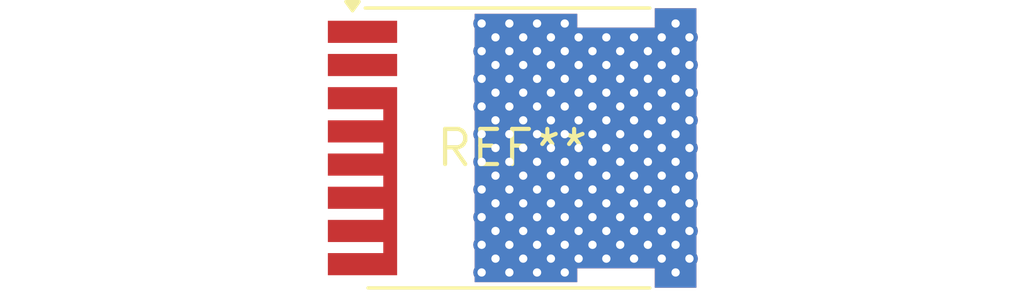
<source format=kicad_pcb>
(kicad_pcb (version 20240108) (generator pcbnew)
  (layers (0 "F.Cu" signal) (31 "B.Cu" signal) (34 "B.Paste" user) (35 "F.Paste" user) (36 "B.SilkS" user "B.Silkscreen") (37 "F.SilkS" user "F.Silkscreen") (38 "B.Mask" user) (39 "F.Mask" user) (44 "Edge.Cuts" user))
  (net 0 "")
  (footprint "Infineon_PG-HSOF-8-2_ThermalVias2" (layer "F.Cu") (at 0 0)
    (property "Reference" "REF**")
    (property "Value" "Infineon_PG-HSOF-8-2_ThermalVias2")
    (fp_line (start -5.3 -5.06) (end 4.97 -5.06) (layer "F.SilkS") (stroke (width 0.12)))
    (fp_line (start -5.2 5.06) (end 4.97 5.06) (layer "F.SilkS") (stroke (width 0.12)))
    (fp_poly (pts (xy -5.76 -4.96) (xy -5.52 -5.29) (xy -6 -5.29) (xy -5.76 -4.96)) (layer "F.SilkS") (stroke (width 0.12)) (fill solid))
    (pad "1" smd rect (at -5.4 -4.2) (size 2.5 0.8) (layers "F.Cu" "F.Mask"))
    (pad "2" smd rect (at -5.4 -3) (size 2.5 0.8) (layers "F.Cu" "F.Mask"))
    (pad "3" smd custom (at -4.4 1.2) (size 0.5 6.8) (layers "F.Cu" "F.Mask") (options (clearance outline) (anchor rect)) (primitives (gr_poly (pts (xy -0.25 -2.6) (xy -2.25 -2.6) (xy -2.25 -3.4) (xy -0.25 -3.4)) (width 0) (fill yes)) (gr_poly (pts (xy -0.25 -1.4) (xy -2.25 -1.4) (xy -2.25 -2.2) (xy -0.25 -2.2)) (width 0) (fill yes)) (gr_poly (pts (xy -0.25 -0.2) (xy -2.25 -0.2) (xy -2.25 -1) (xy -0.25 -1)) (width 0) (fill yes)) (gr_poly (pts (xy -0.25 1) (xy -2.25 1) (xy -2.25 0.2) (xy -0.25 0.2)) (width 0) (fill yes)) (gr_poly (pts (xy -0.25 2.2) (xy -2.25 2.2) (xy -2.25 1.4) (xy -0.25 1.4)) (width 0) (fill yes)) (gr_poly (pts (xy -0.25 3.4) (xy -2.25 3.4) (xy -2.25 2.6) (xy -0.25 2.6)) (width 0) (fill yes))))
    (pad "4" thru_hole circle (at -1.1 -4.5) (size 0.6 0.6) (drill 0.3) (layers *.Cu) (remove_unused_layers))
    (pad "4" thru_hole circle (at -1.1 -3.5) (size 0.6 0.6) (drill 0.3) (layers *.Cu) (remove_unused_layers))
    (pad "4" thru_hole circle (at -1.1 -2.5) (size 0.6 0.6) (drill 0.3) (layers *.Cu) (remove_unused_layers))
    (pad "4" thru_hole circle (at -1.1 -1.5) (size 0.6 0.6) (drill 0.3) (layers *.Cu) (remove_unused_layers))
    (pad "4" thru_hole circle (at -1.1 -0.5) (size 0.6 0.6) (drill 0.3) (layers *.Cu) (remove_unused_layers))
    (pad "4" thru_hole circle (at -1.1 0.5) (size 0.6 0.6) (drill 0.3) (layers *.Cu) (remove_unused_layers))
    (pad "4" thru_hole circle (at -1.1 1.5) (size 0.6 0.6) (drill 0.3) (layers *.Cu) (remove_unused_layers))
    (pad "4" thru_hole circle (at -1.1 2.5) (size 0.6 0.6) (drill 0.3) (layers *.Cu) (remove_unused_layers))
    (pad "4" thru_hole circle (at -1.1 3.5) (size 0.6 0.6) (drill 0.3) (layers *.Cu) (remove_unused_layers))
    (pad "4" thru_hole circle (at -1.1 4.5) (size 0.6 0.6) (drill 0.3) (layers *.Cu) (remove_unused_layers))
    (pad "4" thru_hole circle (at -0.6 -4) (size 0.6 0.6) (drill 0.3) (layers *.Cu) (remove_unused_layers))
    (pad "4" thru_hole circle (at -0.6 -3) (size 0.6 0.6) (drill 0.3) (layers *.Cu) (remove_unused_layers))
    (pad "4" thru_hole circle (at -0.6 -2) (size 0.6 0.6) (drill 0.3) (layers *.Cu) (remove_unused_layers))
    (pad "4" thru_hole circle (at -0.6 -1) (size 0.6 0.6) (drill 0.3) (layers *.Cu) (remove_unused_layers))
    (pad "4" thru_hole circle (at -0.6 0) (size 0.6 0.6) (drill 0.3) (layers *.Cu) (remove_unused_layers))
    (pad "4" thru_hole circle (at -0.6 1) (size 0.6 0.6) (drill 0.3) (layers *.Cu) (remove_unused_layers))
    (pad "4" thru_hole circle (at -0.6 2) (size 0.6 0.6) (drill 0.3) (layers *.Cu) (remove_unused_layers))
    (pad "4" thru_hole circle (at -0.6 3) (size 0.6 0.6) (drill 0.3) (layers *.Cu) (remove_unused_layers))
    (pad "4" thru_hole circle (at -0.6 4) (size 0.6 0.6) (drill 0.3) (layers *.Cu) (remove_unused_layers))
    (pad "4" thru_hole circle (at -0.1 -4.5) (size 0.6 0.6) (drill 0.3) (layers *.Cu) (remove_unused_layers))
    (pad "4" thru_hole circle (at -0.1 -3.5) (size 0.6 0.6) (drill 0.3) (layers *.Cu) (remove_unused_layers))
    (pad "4" thru_hole circle (at -0.1 -2.5) (size 0.6 0.6) (drill 0.3) (layers *.Cu) (remove_unused_layers))
    (pad "4" thru_hole circle (at -0.1 -1.5) (size 0.6 0.6) (drill 0.3) (layers *.Cu) (remove_unused_layers))
    (pad "4" thru_hole circle (at -0.1 -0.5) (size 0.6 0.6) (drill 0.3) (layers *.Cu) (remove_unused_layers))
    (pad "4" thru_hole circle (at -0.1 0.5) (size 0.6 0.6) (drill 0.3) (layers *.Cu) (remove_unused_layers))
    (pad "4" thru_hole circle (at -0.1 1.5) (size 0.6 0.6) (drill 0.3) (layers *.Cu) (remove_unused_layers))
    (pad "4" thru_hole circle (at -0.1 2.5) (size 0.6 0.6) (drill 0.3) (layers *.Cu) (remove_unused_layers))
    (pad "4" thru_hole circle (at -0.1 3.5) (size 0.6 0.6) (drill 0.3) (layers *.Cu) (remove_unused_layers))
    (pad "4" thru_hole circle (at -0.1 4.5) (size 0.6 0.6) (drill 0.3) (layers *.Cu) (remove_unused_layers))
    (pad "4" thru_hole circle (at 0.4 -4) (size 0.6 0.6) (drill 0.3) (layers *.Cu) (remove_unused_layers))
    (pad "4" thru_hole circle (at 0.4 -3) (size 0.6 0.6) (drill 0.3) (layers *.Cu) (remove_unused_layers))
    (pad "4" thru_hole circle (at 0.4 -2) (size 0.6 0.6) (drill 0.3) (layers *.Cu) (remove_unused_layers))
    (pad "4" thru_hole circle (at 0.4 -1) (size 0.6 0.6) (drill 0.3) (layers *.Cu) (remove_unused_layers))
    (pad "4" thru_hole circle (at 0.4 0) (size 0.6 0.6) (drill 0.3) (layers *.Cu) (remove_unused_layers))
    (pad "4" thru_hole circle (at 0.4 1) (size 0.6 0.6) (drill 0.3) (layers *.Cu) (remove_unused_layers))
    (pad "4" thru_hole circle (at 0.4 2) (size 0.6 0.6) (drill 0.3) (layers *.Cu) (remove_unused_layers))
    (pad "4" thru_hole circle (at 0.4 3) (size 0.6 0.6) (drill 0.3) (layers *.Cu) (remove_unused_layers))
    (pad "4" thru_hole circle (at 0.4 4) (size 0.6 0.6) (drill 0.3) (layers *.Cu) (remove_unused_layers))
    (pad "4" thru_hole circle (at 0.9 -4.5) (size 0.6 0.6) (drill 0.3) (layers *.Cu) (remove_unused_layers))
    (pad "4" thru_hole circle (at 0.9 -3.5) (size 0.6 0.6) (drill 0.3) (layers *.Cu) (remove_unused_layers))
    (pad "4" thru_hole circle (at 0.9 -2.5) (size 0.6 0.6) (drill 0.3) (layers *.Cu) (remove_unused_layers))
    (pad "4" thru_hole circle (at 0.9 -1.5) (size 0.6 0.6) (drill 0.3) (layers *.Cu) (remove_unused_layers))
    (pad "4" thru_hole circle (at 0.9 -0.5) (size 0.6 0.6) (drill 0.3) (layers *.Cu) (remove_unused_layers))
    (pad "4" thru_hole circle (at 0.9 0.5) (size 0.6 0.6) (drill 0.3) (layers *.Cu) (remove_unused_layers))
    (pad "4" thru_hole circle (at 0.9 1.5) (size 0.6 0.6) (drill 0.3) (layers *.Cu) (remove_unused_layers))
    (pad "4" thru_hole circle (at 0.9 2.5) (size 0.6 0.6) (drill 0.3) (layers *.Cu) (remove_unused_layers))
    (pad "4" thru_hole circle (at 0.9 3.5) (size 0.6 0.6) (drill 0.3) (layers *.Cu) (remove_unused_layers))
    (pad "4" thru_hole circle (at 0.9 4.5) (size 0.6 0.6) (drill 0.3) (layers *.Cu) (remove_unused_layers))
    (pad "4" thru_hole circle (at 1.4 -4) (size 0.6 0.6) (drill 0.3) (layers *.Cu) (remove_unused_layers))
    (pad "4" thru_hole circle (at 1.4 -3) (size 0.6 0.6) (drill 0.3) (layers *.Cu) (remove_unused_layers))
    (pad "4" thru_hole circle (at 1.4 -2) (size 0.6 0.6) (drill 0.3) (layers *.Cu) (remove_unused_layers))
    (pad "4" thru_hole circle (at 1.4 -1) (size 0.6 0.6) (drill 0.3) (layers *.Cu) (remove_unused_layers))
    (pad "4" thru_hole circle (at 1.4 0) (size 0.6 0.6) (drill 0.3) (layers *.Cu) (remove_unused_layers))
    (pad "4" thru_hole circle (at 1.4 1) (size 0.6 0.6) (drill 0.3) (layers *.Cu) (remove_unused_layers))
    (pad "4" thru_hole circle (at 1.4 2) (size 0.6 0.6) (drill 0.3) (layers *.Cu) (remove_unused_layers))
    (pad "4" thru_hole circle (at 1.4 3) (size 0.6 0.6) (drill 0.3) (layers *.Cu) (remove_unused_layers))
    (pad "4" thru_hole circle (at 1.4 4) (size 0.6 0.6) (drill 0.3) (layers *.Cu) (remove_unused_layers))
    (pad "4" thru_hole circle (at 1.9 -4.5) (size 0.6 0.6) (drill 0.3) (layers *.Cu) (remove_unused_layers))
    (pad "4" thru_hole circle (at 1.9 -3.5) (size 0.6 0.6) (drill 0.3) (layers *.Cu) (remove_unused_layers))
    (pad "4" thru_hole circle (at 1.9 -2.5) (size 0.6 0.6) (drill 0.3) (layers *.Cu) (remove_unused_layers))
    (pad "4" thru_hole circle (at 1.9 -1.5) (size 0.6 0.6) (drill 0.3) (layers *.Cu) (remove_unused_layers))
    (pad "4" thru_hole circle (at 1.9 -0.5) (size 0.6 0.6) (drill 0.3) (layers *.Cu) (remove_unused_layers))
    (pad "4" thru_hole circle (at 1.9 0.5) (size 0.6 0.6) (drill 0.3) (layers *.Cu) (remove_unused_layers))
    (pad "4" thru_hole circle (at 1.9 1.5) (size 0.6 0.6) (drill 0.3) (layers *.Cu) (remove_unused_layers))
    (pad "4" thru_hole circle (at 1.9 2.5) (size 0.6 0.6) (drill 0.3) (layers *.Cu) (remove_unused_layers))
    (pad "4" thru_hole circle (at 1.9 3.5) (size 0.6 0.6) (drill 0.3) (layers *.Cu) (remove_unused_layers))
    (pad "4" thru_hole circle (at 1.9 4.5) (size 0.6 0.6) (drill 0.3) (layers *.Cu) (remove_unused_layers))
    (pad "4" thru_hole circle (at 2.4 -4) (size 0.6 0.6) (drill 0.3) (layers *.Cu) (remove_unused_layers))
    (pad "4" thru_hole circle (at 2.4 -3) (size 0.6 0.6) (drill 0.3) (layers *.Cu) (remove_unused_layers))
    (pad "4" thru_hole circle (at 2.4 -2) (size 0.6 0.6) (drill 0.3) (layers *.Cu) (remove_unused_layers))
    (pad "4" thru_hole circle (at 2.4 -1) (size 0.6 0.6) (drill 0.3) (layers *.Cu) (remove_unused_layers))
    (pad "4" thru_hole circle (at 2.4 0) (size 0.6 0.6) (drill 0.3) (layers *.Cu) (remove_unused_layers))
    (pad "4" thru_hole circle (at 2.4 1) (size 0.6 0.6) (drill 0.3) (layers *.Cu) (remove_unused_layers))
    (pad "4" thru_hole circle (at 2.4 2) (size 0.6 0.6) (drill 0.3) (layers *.Cu) (remove_unused_layers))
    (pad "4" thru_hole circle (at 2.4 3) (size 0.6 0.6) (drill 0.3) (layers *.Cu) (remove_unused_layers))
    (pad "4" thru_hole circle (at 2.4 4) (size 0.6 0.6) (drill 0.3) (layers *.Cu) (remove_unused_layers))
    (pad "4" thru_hole circle (at 2.9 -3.5) (size 0.6 0.6) (drill 0.3) (layers *.Cu) (remove_unused_layers))
    (pad "4" thru_hole circle (at 2.9 -2.5) (size 0.6 0.6) (drill 0.3) (layers *.Cu) (remove_unused_layers))
    (pad "4" thru_hole circle (at 2.9 -1.5) (size 0.6 0.6) (drill 0.3) (layers *.Cu) (remove_unused_layers))
    (pad "4" thru_hole circle (at 2.9 -0.5) (size 0.6 0.6) (drill 0.3) (layers *.Cu) (remove_unused_layers))
    (pad "4" thru_hole circle (at 2.9 0.5) (size 0.6 0.6) (drill 0.3) (layers *.Cu) (remove_unused_layers))
    (pad "4" thru_hole circle (at 2.9 1.5) (size 0.6 0.6) (drill 0.3) (layers *.Cu) (remove_unused_layers))
    (pad "4" thru_hole circle (at 2.9 2.5) (size 0.6 0.6) (drill 0.3) (layers *.Cu) (remove_unused_layers))
    (pad "4" thru_hole circle (at 2.9 3.5) (size 0.6 0.6) (drill 0.3) (layers *.Cu) (remove_unused_layers))
    (pad "4" thru_hole circle (at 3.4 -4) (size 0.6 0.6) (drill 0.3) (layers *.Cu) (remove_unused_layers))
    (pad "4" thru_hole circle (at 3.4 -3) (size 0.6 0.6) (drill 0.3) (layers *.Cu) (remove_unused_layers))
    (pad "4" thru_hole circle (at 3.4 -2) (size 0.6 0.6) (drill 0.3) (layers *.Cu) (remove_unused_layers))
    (pad "4" thru_hole circle (at 3.4 -1) (size 0.6 0.6) (drill 0.3) (layers *.Cu) (remove_unused_layers))
    (pad "4" thru_hole circle (at 3.4 0) (size 0.6 0.6) (drill 0.3) (layers *.Cu) (remove_unused_layers))
    (pad "4" thru_hole circle (at 3.4 1) (size 0.6 0.6) (drill 0.3) (layers *.Cu) (remove_unused_layers))
    (pad "4" thru_hole circle (at 3.4 2) (size 0.6 0.6) (drill 0.3) (layers *.Cu) (remove_unused_layers))
    (pad "4" thru_hole circle (at 3.4 3) (size 0.6 0.6) (drill 0.3) (layers *.Cu) (remove_unused_layers))
    (pad "4" thru_hole circle (at 3.4 4) (size 0.6 0.6) (drill 0.3) (layers *.Cu) (remove_unused_layers))
    (pad "4" smd custom (at 3.75 0) (size 2.8 8.7) (layers "F.Cu" "F.Paste" "F.Mask") (options (clearance outline) (anchor rect)) (primitives (gr_poly (pts (xy 2.9 5.05) (xy 1.4 5.05) (xy 1.4 -5.05) (xy 2.9 -5.05)) (width 0) (fill yes)) (gr_poly (pts (xy -1.4 4.85) (xy -5.1 4.85) (xy -5.1 -4.85) (xy -1.4 -4.85)) (width 0) (fill yes))))
    (pad "4" smd custom (at 3.75 0) (size 2.8 8.7) (layers "B.Cu") (options (clearance outline) (anchor rect)) (primitives (gr_poly (pts (xy 2.9 5.05) (xy 1.4 5.05) (xy 1.4 -5.05) (xy 2.9 -5.05)) (width 0) (fill yes)) (gr_poly (pts (xy -1.4 4.85) (xy -5.1 4.85) (xy -5.1 -4.85) (xy -1.4 -4.85)) (width 0) (fill yes))))
    (pad "4" thru_hole circle (at 3.9 -3.5) (size 0.6 0.6) (drill 0.3) (layers *.Cu) (remove_unused_layers))
    (pad "4" thru_hole circle (at 3.9 -2.5) (size 0.6 0.6) (drill 0.3) (layers *.Cu) (remove_unused_layers))
    (pad "4" thru_hole circle (at 3.9 -1.5) (size 0.6 0.6) (drill 0.3) (layers *.Cu) (remove_unused_layers))
    (pad "4" thru_hole circle (at 3.9 -0.5) (size 0.6 0.6) (drill 0.3) (layers *.Cu) (remove_unused_layers))
    (pad "4" thru_hole circle (at 3.9 0.5) (size 0.6 0.6) (drill 0.3) (layers *.Cu) (remove_unused_layers))
    (pad "4" thru_hole circle (at 3.9 1.5) (size 0.6 0.6) (drill 0.3) (layers *.Cu) (remove_unused_layers))
    (pad "4" thru_hole circle (at 3.9 2.5) (size 0.6 0.6) (drill 0.3) (layers *.Cu) (remove_unused_layers))
    (pad "4" thru_hole circle (at 3.9 3.5) (size 0.6 0.6) (drill 0.3) (layers *.Cu) (remove_unused_layers))
    (pad "4" thru_hole circle (at 4.4 -4) (size 0.6 0.6) (drill 0.3) (layers *.Cu) (remove_unused_layers))
    (pad "4" thru_hole circle (at 4.4 -3) (size 0.6 0.6) (drill 0.3) (layers *.Cu) (remove_unused_layers))
    (pad "4" thru_hole circle (at 4.4 -2) (size 0.6 0.6) (drill 0.3) (layers *.Cu) (remove_unused_layers))
    (pad "4" thru_hole circle (at 4.4 -1) (size 0.6 0.6) (drill 0.3) (layers *.Cu) (remove_unused_layers))
    (pad "4" thru_hole circle (at 4.4 0) (size 0.6 0.6) (drill 0.3) (layers *.Cu) (remove_unused_layers))
    (pad "4" thru_hole circle (at 4.4 1) (size 0.6 0.6) (drill 0.3) (layers *.Cu) (remove_unused_layers))
    (pad "4" thru_hole circle (at 4.4 2) (size 0.6 0.6) (drill 0.3) (layers *.Cu) (remove_unused_layers))
    (pad "4" thru_hole circle (at 4.4 3) (size 0.6 0.6) (drill 0.3) (layers *.Cu) (remove_unused_layers))
    (pad "4" thru_hole circle (at 4.4 4) (size 0.6 0.6) (drill 0.3) (layers *.Cu) (remove_unused_layers))
    (pad "4" thru_hole circle (at 4.9 -3.5) (size 0.6 0.6) (drill 0.3) (layers *.Cu) (remove_unused_layers))
    (pad "4" thru_hole circle (at 4.9 -2.5) (size 0.6 0.6) (drill 0.3) (layers *.Cu) (remove_unused_layers))
    (pad "4" thru_hole circle (at 4.9 -1.5) (size 0.6 0.6) (drill 0.3) (layers *.Cu) (remove_unused_layers))
    (pad "4" thru_hole circle (at 4.9 -0.5) (size 0.6 0.6) (drill 0.3) (layers *.Cu) (remove_unused_layers))
    (pad "4" thru_hole circle (at 4.9 0.5) (size 0.6 0.6) (drill 0.3) (layers *.Cu) (remove_unused_layers))
    (pad "4" thru_hole circle (at 4.9 1.5) (size 0.6 0.6) (drill 0.3) (layers *.Cu) (remove_unused_layers))
    (pad "4" thru_hole circle (at 4.9 2.5) (size 0.6 0.6) (drill 0.3) (layers *.Cu) (remove_unused_layers))
    (pad "4" thru_hole circle (at 4.9 3.5) (size 0.6 0.6) (drill 0.3) (layers *.Cu) (remove_unused_layers))
    (pad "4" thru_hole circle (at 5.4 -4) (size 0.6 0.6) (drill 0.3) (layers *.Cu) (remove_unused_layers))
    (pad "4" thru_hole circle (at 5.4 -3) (size 0.6 0.6) (drill 0.3) (layers *.Cu) (remove_unused_layers))
    (pad "4" thru_hole circle (at 5.4 -2) (size 0.6 0.6) (drill 0.3) (layers *.Cu) (remove_unused_layers))
    (pad "4" thru_hole circle (at 5.4 -1) (size 0.6 0.6) (drill 0.3) (layers *.Cu) (remove_unused_layers))
    (pad "4" thru_hole circle (at 5.4 0) (size 0.6 0.6) (drill 0.3) (layers *.Cu) (remove_unused_layers))
    (pad "4" thru_hole circle (at 5.4 1) (size 0.6 0.6) (drill 0.3) (layers *.Cu) (remove_unused_layers))
    (pad "4" thru_hole circle (at 5.4 2) (size 0.6 0.6) (drill 0.3) (layers *.Cu) (remove_unused_layers))
    (pad "4" thru_hole circle (at 5.4 3) (size 0.6 0.6) (drill 0.3) (layers *.Cu) (remove_unused_layers))
    (pad "4" thru_hole circle (at 5.4 4) (size 0.6 0.6) (drill 0.3) (layers *.Cu) (remove_unused_layers))
    (pad "4" thru_hole circle (at 5.9 -4.5) (size 0.6 0.6) (drill 0.3) (layers *.Cu) (remove_unused_layers))
    (pad "4" thru_hole circle (at 5.9 -3.5) (size 0.6 0.6) (drill 0.3) (layers *.Cu) (remove_unused_layers))
    (pad "4" thru_hole circle (at 5.9 -2.5) (size 0.6 0.6) (drill 0.3) (layers *.Cu) (remove_unused_layers))
    (pad "4" thru_hole circle (at 5.9 -1.5) (size 0.6 0.6) (drill 0.3) (layers *.Cu) (remove_unused_layers))
    (pad "4" thru_hole circle (at 5.9 -0.5) (size 0.6 0.6) (drill 0.3) (layers *.Cu) (remove_unused_layers))
    (pad "4" thru_hole circle (at 5.9 0.5) (size 0.6 0.6) (drill 0.3) (layers *.Cu) (remove_unused_layers))
    (pad "4" thru_hole circle (at 5.9 1.5) (size 0.6 0.6) (drill 0.3) (layers *.Cu) (remove_unused_layers))
    (pad "4" thru_hole circle (at 5.9 2.5) (size 0.6 0.6) (drill 0.3) (layers *.Cu) (remove_unused_layers))
    (pad "4" thru_hole circle (at 5.9 3.5) (size 0.6 0.6) (drill 0.3) (layers *.Cu) (remove_unused_layers))
    (pad "4" thru_hole circle (at 5.9 4.5) (size 0.6 0.6) (drill 0.3) (layers *.Cu) (remove_unused_layers))
    (pad "4" thru_hole circle (at 6.4 -4) (size 0.6 0.6) (drill 0.3) (layers *.Cu) (remove_unused_layers))
    (pad "4" thru_hole circle (at 6.4 -3) (size 0.6 0.6) (drill 0.3) (layers *.Cu) (remove_unused_layers))
    (pad "4" thru_hole circle (at 6.4 -2) (size 0.6 0.6) (drill 0.3) (layers *.Cu) (remove_unused_layers))
    (pad "4" thru_hole circle (at 6.4 -1) (size 0.6 0.6) (drill 0.3) (layers *.Cu) (remove_unused_layers))
    (pad "4" thru_hole circle (at 6.4 0) (size 0.6 0.6) (drill 0.3) (layers *.Cu) (remove_unused_layers))
    (pad "4" thru_hole circle (at 6.4 1) (size 0.6 0.6) (drill 0.3) (layers *.Cu) (remove_unused_layers))
    (pad "4" thru_hole circle (at 6.4 2) (size 0.6 0.6) (drill 0.3) (layers *.Cu) (remove_unused_layers))
    (pad "4" thru_hole circle (at 6.4 3) (size 0.6 0.6) (drill 0.3) (layers *.Cu) (remove_unused_layers))
    (pad "4" thru_hole circle (at 6.4 4) (size 0.6 0.6) (drill 0.3) (layers *.Cu) (remove_unused_layers))
  )
)
</source>
